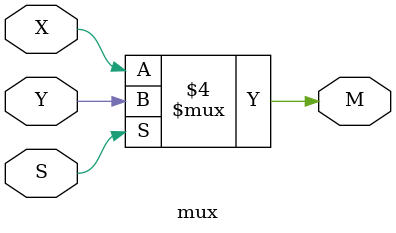
<source format=v>
module mux (X, Y, S, M);
   input X, Y, S;
   output M;

   reg 	  M;
   always @(X or Y or S)
     if (!S) M = X;
     else M = Y;
endmodule // mux

   

</source>
